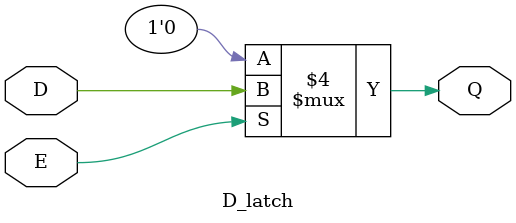
<source format=v>
`timescale 1ns / 1ps


module D_latch(
    input D,
    input E,
    output  reg Q
    );
    
    always @ (E or D) begin
       // Q = 1'b0;
        if(E == 1'b1)
            Q <= D;
        else Q<=0;
    end
    
endmodule

</source>
